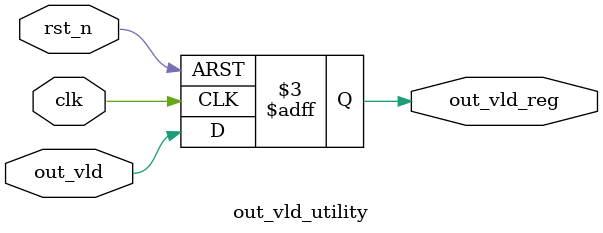
<source format=v>
`timescale 1ns/1ps
module out_vld_utility (
    input clk,
    input rst_n,
    input out_vld,
    output reg out_vld_reg
);

    always @(posedge clk, negedge rst_n) begin
        if(~rst_n)
            out_vld_reg <= 0;
        else
            out_vld_reg <= out_vld;
    end

endmodule

</source>
